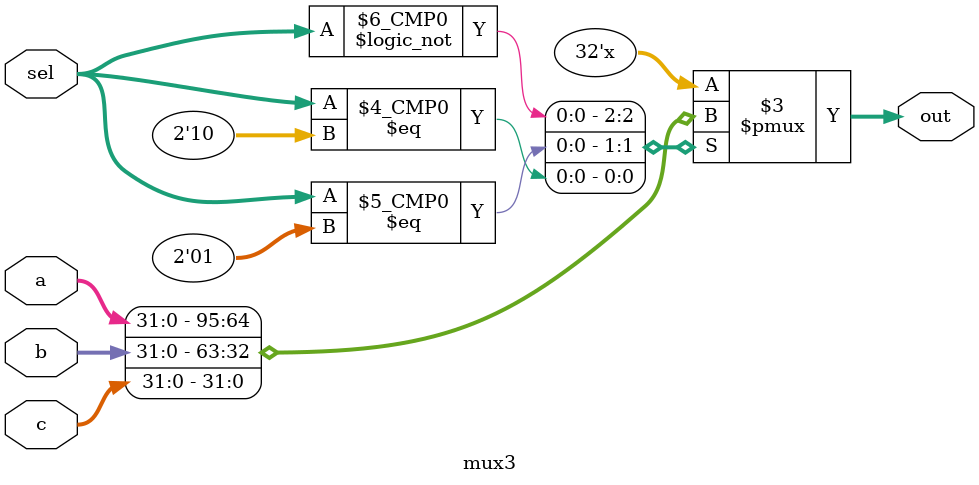
<source format=v>
module mux3(a,b,c,sel,out);
input [31:0] a,b,c;
input [1:0] sel;
output reg [31:0] out;

always@(*)
begin
case(sel)
2'b00 : out = a;
2'b01 : out = b;
2'b10 : out = c;
endcase
end

endmodule

</source>
